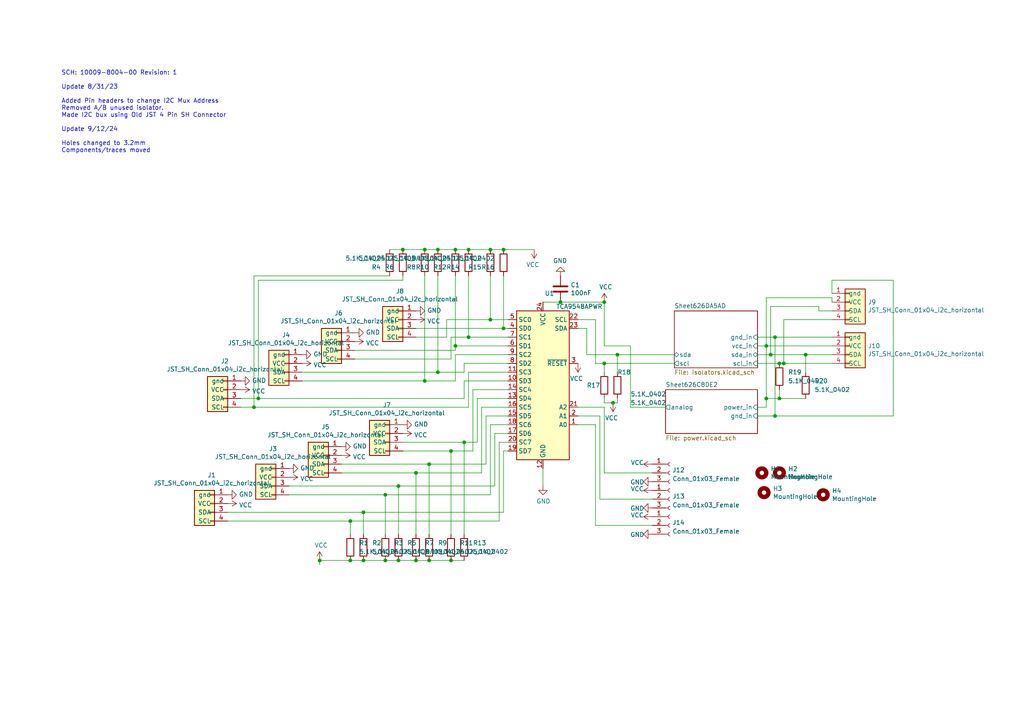
<source format=kicad_sch>
(kicad_sch (version 20230121) (generator eeschema)
  (paper "A4")
  (lib_symbols
    (symbol "0JLC-6:100nF" (pin_numbers hide) (pin_names (offset 0.254))
      (property "Reference" "C" (at 0.635 2.54 0))
      (property "Value" "100nF" (at 0.635 -2.54 0))
      (symbol "100nF_0_1"
        (polyline (pts (xy -2.032 -0.762) (xy 2.032 -0.762)) (stroke (width 0.508)))
        (polyline (pts (xy -2.032 0.762) (xy 2.032 0.762)) (stroke (width 0.508)))
      )
      (symbol "100nF_1_1"
        (pin passive line (at 0 3.81 270) (length 2.794) (name "~") (number "1"))
        (pin passive line (at 0 -3.81 90) (length 2.794) (name "~") (number "2"))
      )
    )
    (symbol "0JLC-6:5.1K_0402" (pin_numbers hide) (pin_names (offset 0))
      (property "Reference" "R" (at 2.032 0 90))
      (property "Value" "5.1K_0402" (at 0 0 90))
      (symbol "5.1K_0402_0_1"
        (rectangle (start -1.016 -2.54) (end 1.016 2.54) (stroke (width 0.254)))
      )
      (symbol "5.1K_0402_1_1"
        (pin passive line (at 0 3.81 270) (length 1.27) (name "~") (number "1"))
        (pin passive line (at 0 -3.81 90) (length 1.27) (name "~") (number "2"))
      )
    )
    (symbol "0JLC-6:JST_SH_Conn_01x04_i2c_horizontal" (pin_names (offset 1.016))
      (property "Reference" "J" (at 0 5.08 0))
      (property "Value" "JST_SH_Conn_01x04_i2c_horizontal" (at 0 -7.62 0))
      (symbol "JST_SH_Conn_01x04_i2c_horizontal_1_1"
        (rectangle (start -1.27 -4.953) (end 0 -5.207) (stroke (width 0.1524)))
        (rectangle (start -1.27 -2.413) (end 0 -2.667) (stroke (width 0.1524)))
        (rectangle (start -1.27 0.127) (end 0 -0.127) (stroke (width 0.1524)))
        (rectangle (start -1.27 2.667) (end 0 2.413) (stroke (width 0.1524)))
        (rectangle (start -1.27 3.81) (end 4.572 -6.35) (stroke (width 0.254)) (fill (type background)))
        (pin passive line (at -5.08 2.54 0) (length 3.81) (name "gnd") (number "1"))
        (pin passive line (at -5.08 0 0) (length 3.81) (name "VCC") (number "2"))
        (pin passive line (at -5.08 -2.54 0) (length 3.81) (name "SDA") (number "3"))
        (pin passive line (at -5.08 -5.08 0) (length 3.81) (name "SCL") (number "4"))
      )
    )
    (symbol "Connector:Conn_01x03_Female" (pin_names (offset 1.016) hide)
      (property "Reference" "J" (at 0 5.08 0))
      (property "Value" "Conn_01x03_Female" (at 0 -5.08 0))
      (symbol "Conn_01x03_Female_1_1"
        (arc (start 0 -2.032) (mid -0.5058 -2.54) (end 0 -3.048) (stroke (width 0.1524)))
        (polyline (pts (xy -1.27 -2.54) (xy -0.508 -2.54)) (stroke (width 0.1524)))
        (polyline (pts (xy -1.27 0) (xy -0.508 0)) (stroke (width 0.1524)))
        (polyline (pts (xy -1.27 2.54) (xy -0.508 2.54)) (stroke (width 0.1524)))
        (arc (start 0 0.508) (mid -0.5058 0) (end 0 -0.508) (stroke (width 0.1524)))
        (arc (start 0 3.048) (mid -0.5058 2.54) (end 0 2.032) (stroke (width 0.1524)))
        (pin passive line (at -5.08 2.54 0) (length 3.81) (name "Pin_1") (number "1"))
        (pin passive line (at -5.08 0 0) (length 3.81) (name "Pin_2") (number "2"))
        (pin passive line (at -5.08 -2.54 0) (length 3.81) (name "Pin_3") (number "3"))
      )
    )
    (symbol "Interface_Expansion:TCA9548APWR"
      (property "Reference" "U" (at -7.62 21.59 0))
      (property "Value" "TCA9548APWR" (at 1.016 21.59 0))
      (symbol "TCA9548APWR_0_1"
        (rectangle (start -7.62 20.32) (end 7.62 -22.86) (stroke (width 0.254)) (fill (type background)))
      )
      (symbol "TCA9548APWR_1_1"
        (pin input line (at -10.16 -12.7 0) (length 2.54) (name "A0") (number "1"))
        (pin bidirectional line (at 10.16 0 180) (length 2.54) (name "SD3") (number "10"))
        (pin output line (at 10.16 2.54 180) (length 2.54) (name "SC3") (number "11"))
        (pin power_in line (at 0 -25.4 90) (length 2.54) (name "GND") (number "12"))
        (pin bidirectional line (at 10.16 -5.08 180) (length 2.54) (name "SD4") (number "13"))
        (pin output line (at 10.16 -2.54 180) (length 2.54) (name "SC4") (number "14"))
        (pin bidirectional line (at 10.16 -10.16 180) (length 2.54) (name "SD5") (number "15"))
        (pin output line (at 10.16 -7.62 180) (length 2.54) (name "SC5") (number "16"))
        (pin bidirectional line (at 10.16 -15.24 180) (length 2.54) (name "SD6") (number "17"))
        (pin output line (at 10.16 -12.7 180) (length 2.54) (name "SC6") (number "18"))
        (pin bidirectional line (at 10.16 -20.32 180) (length 2.54) (name "SD7") (number "19"))
        (pin input line (at -10.16 -10.16 0) (length 2.54) (name "A1") (number "2"))
        (pin output line (at 10.16 -17.78 180) (length 2.54) (name "SC7") (number "20"))
        (pin input line (at -10.16 -7.62 0) (length 2.54) (name "A2") (number "21"))
        (pin input line (at -10.16 17.78 0) (length 2.54) (name "SCL") (number "22"))
        (pin bidirectional line (at -10.16 15.24 0) (length 2.54) (name "SDA") (number "23"))
        (pin power_in line (at 0 22.86 270) (length 2.54) (name "VCC") (number "24"))
        (pin input line (at -10.16 5.08 0) (length 2.54) (name "~{RESET}") (number "3"))
        (pin bidirectional line (at 10.16 15.24 180) (length 2.54) (name "SD0") (number "4"))
        (pin output line (at 10.16 17.78 180) (length 2.54) (name "SC0") (number "5"))
        (pin bidirectional line (at 10.16 10.16 180) (length 2.54) (name "SD1") (number "6"))
        (pin output line (at 10.16 12.7 180) (length 2.54) (name "SC1") (number "7"))
        (pin bidirectional line (at 10.16 5.08 180) (length 2.54) (name "SD2") (number "8"))
        (pin output line (at 10.16 7.62 180) (length 2.54) (name "SC2") (number "9"))
      )
    )
    (symbol "Mechanical:MountingHole" (pin_names (offset 1.016))
      (property "Reference" "H" (at 0 5.08 0))
      (property "Value" "MountingHole" (at 0 3.175 0))
      (symbol "MountingHole_0_1"
        (circle (center 0 0) (radius 1.27) (stroke (width 1.27)))
      )
    )
    (symbol "power:GND" (power) (pin_names (offset 0))
      (property "Value" "GND" (at 0 -3.81 0))
      (symbol "GND_0_1"
        (polyline (pts (xy 0 0) (xy 0 -1.27) (xy 1.27 -1.27) (xy 0 -2.54) (xy -1.27 -1.27) (xy 0 -1.27)))
      )
      (symbol "GND_1_1"
        (pin power_in line (at 0 0 270) (length 0) hide (name "GND") (number "1"))
      )
    )
    (symbol "power:VCC" (power) (pin_names (offset 0))
      (property "Value" "VCC" (at 0 3.81 0))
      (symbol "VCC_0_1"
        (polyline (pts (xy -0.762 1.27) (xy 0 2.54)))
        (polyline (pts (xy 0 0) (xy 0 2.54)))
        (polyline (pts (xy 0 2.54) (xy 0.762 1.27)))
      )
      (symbol "VCC_1_1"
        (pin power_in line (at 0 0 90) (length 0) hide (name "VCC") (number "1"))
      )
    )
  )
  (junction (at 74.93 115.57))
  (junction (at 115.57 140.97))
  (junction (at 116.84 72.39))
  (junction (at 120.65 162.56))
  (junction (at 111.76 143.51))
  (junction (at 135.89 97.79))
  (junction (at 226.06 105.41))
  (junction (at 132.08 100.33))
  (junction (at 130.81 162.56))
  (junction (at 132.08 72.39))
  (junction (at 233.68 102.87))
  (junction (at 175.26 87.63))
  (junction (at 105.41 148.59))
  (junction (at 222.25 115.57))
  (junction (at 124.46 162.56))
  (junction (at 222.25 100.33))
  (junction (at 146.05 95.25))
  (junction (at 142.24 92.71))
  (junction (at 177.8 116.84))
  (junction (at 124.46 134.62))
  (junction (at 175.26 105.41))
  (junction (at 142.24 72.39))
  (junction (at 115.57 162.56))
  (junction (at 162.56 87.63))
  (junction (at 226.06 115.57))
  (junction (at 73.66 118.11))
  (junction (at 111.76 162.56))
  (junction (at 135.89 72.39))
  (junction (at 101.6 151.13))
  (junction (at 223.52 102.87))
  (junction (at 123.19 72.39))
  (junction (at 179.07 102.87))
  (junction (at 92.71 162.56))
  (junction (at 123.19 110.49))
  (junction (at 227.33 105.41))
  (junction (at 120.65 137.16))
  (junction (at 134.62 128.27))
  (junction (at 105.41 162.56))
  (junction (at 130.81 130.81))
  (junction (at 101.6 162.56))
  (junction (at 127 72.39))
  (junction (at 224.79 97.79))
  (junction (at 224.79 120.65))
  (junction (at 127 107.95))
  (junction (at 146.05 72.39))
  (wire (pts (xy 135.89 107.95) (xy 135.89 118.11)))
  (wire (pts (xy 132.08 72.39) (xy 127 72.39)))
  (wire (pts (xy 179.07 115.57) (xy 179.07 116.84)))
  (wire (pts (xy 222.25 115.57) (xy 226.06 115.57)))
  (wire (pts (xy 92.71 162.56) (xy 92.71 163.83)))
  (wire (pts (xy 175.26 87.63) (xy 175.26 100.33)))
  (wire (pts (xy 222.25 100.33) (xy 241.3 100.33)))
  (wire (pts (xy 102.87 101.6) (xy 132.08 101.6)))
  (wire (pts (xy 259.08 81.28) (xy 259.08 120.65)))
  (wire (pts (xy 146.05 95.25) (xy 147.32 95.25)))
  (wire (pts (xy 182.88 100.33) (xy 182.88 118.11)))
  (wire (pts (xy 157.48 135.89) (xy 157.48 140.97)))
  (wire (pts (xy 115.57 162.56) (xy 120.65 162.56)))
  (wire (pts (xy 146.05 130.81) (xy 147.32 130.81)))
  (wire (pts (xy 132.08 101.6) (xy 132.08 100.33)))
  (wire (pts (xy 175.26 115.57) (xy 175.26 116.84)))
  (wire (pts (xy 223.52 102.87) (xy 233.68 102.87)))
  (wire (pts (xy 175.26 105.41) (xy 195.58 105.41)))
  (wire (pts (xy 222.25 100.33) (xy 219.71 100.33)))
  (wire (pts (xy 105.41 162.56) (xy 111.76 162.56)))
  (wire (pts (xy 222.25 86.36) (xy 241.3 86.36)))
  (wire (pts (xy 146.05 80.01) (xy 146.05 95.25)))
  (wire (pts (xy 116.84 81.28) (xy 74.93 81.28)))
  (wire (pts (xy 124.46 134.62) (xy 140.97 134.62)))
  (wire (pts (xy 222.25 100.33) (xy 222.25 115.57)))
  (wire (pts (xy 66.04 151.13) (xy 101.6 151.13)))
  (wire (pts (xy 170.18 95.25) (xy 170.18 102.87)))
  (wire (pts (xy 99.06 134.62) (xy 124.46 134.62)))
  (wire (pts (xy 83.82 140.97) (xy 115.57 140.97)))
  (wire (pts (xy 237.49 88.9) (xy 237.49 90.17)))
  (wire (pts (xy 170.18 102.87) (xy 179.07 102.87)))
  (wire (pts (xy 134.62 105.41) (xy 147.32 105.41)))
  (wire (pts (xy 134.62 110.49) (xy 147.32 110.49)))
  (wire (pts (xy 224.79 97.79) (xy 241.3 97.79)))
  (wire (pts (xy 135.89 107.95) (xy 147.32 107.95)))
  (wire (pts (xy 130.81 97.79) (xy 135.89 97.79)))
  (wire (pts (xy 226.06 105.41) (xy 219.71 105.41)))
  (wire (pts (xy 120.65 137.16) (xy 120.65 154.94)))
  (wire (pts (xy 142.24 123.19) (xy 142.24 143.51)))
  (wire (pts (xy 87.63 107.95) (xy 127 107.95)))
  (wire (pts (xy 241.3 81.28) (xy 259.08 81.28)))
  (wire (pts (xy 143.51 125.73) (xy 147.32 125.73)))
  (wire (pts (xy 179.07 102.87) (xy 195.58 102.87)))
  (wire (pts (xy 224.79 120.65) (xy 224.79 97.79)))
  (wire (pts (xy 124.46 134.62) (xy 124.46 154.94)))
  (wire (pts (xy 135.89 80.01) (xy 135.89 97.79)))
  (wire (pts (xy 222.25 86.36) (xy 222.25 100.33)))
  (wire (pts (xy 172.72 92.71) (xy 172.72 105.41)))
  (wire (pts (xy 177.8 116.84) (xy 175.26 116.84)))
  (wire (pts (xy 115.57 140.97) (xy 143.51 140.97)))
  (wire (pts (xy 143.51 140.97) (xy 143.51 125.73)))
  (wire (pts (xy 69.85 118.11) (xy 73.66 118.11)))
  (wire (pts (xy 142.24 72.39) (xy 135.89 72.39)))
  (wire (pts (xy 167.64 118.11) (xy 175.26 118.11)))
  (wire (pts (xy 130.81 97.79) (xy 130.81 104.14)))
  (wire (pts (xy 116.84 130.81) (xy 130.81 130.81)))
  (wire (pts (xy 233.68 102.87) (xy 233.68 107.95)))
  (wire (pts (xy 129.54 97.79) (xy 129.54 92.71)))
  (wire (pts (xy 123.19 72.39) (xy 116.84 72.39)))
  (wire (pts (xy 233.68 102.87) (xy 241.3 102.87)))
  (wire (pts (xy 227.33 92.71) (xy 241.3 92.71)))
  (wire (pts (xy 127 72.39) (xy 123.19 72.39)))
  (wire (pts (xy 73.66 118.11) (xy 135.89 118.11)))
  (wire (pts (xy 127 80.01) (xy 127 107.95)))
  (wire (pts (xy 132.08 102.87) (xy 147.32 102.87)))
  (wire (pts (xy 226.06 113.03) (xy 226.06 115.57)))
  (wire (pts (xy 226.06 115.57) (xy 233.68 115.57)))
  (wire (pts (xy 175.26 118.11) (xy 175.26 137.16)))
  (wire (pts (xy 101.6 151.13) (xy 144.78 151.13)))
  (wire (pts (xy 74.93 81.28) (xy 74.93 115.57)))
  (wire (pts (xy 144.78 128.27) (xy 144.78 151.13)))
  (wire (pts (xy 120.65 162.56) (xy 124.46 162.56)))
  (wire (pts (xy 219.71 102.87) (xy 223.52 102.87)))
  (wire (pts (xy 116.84 128.27) (xy 134.62 128.27)))
  (wire (pts (xy 142.24 92.71) (xy 147.32 92.71)))
  (wire (pts (xy 124.46 162.56) (xy 130.81 162.56)))
  (wire (pts (xy 132.08 102.87) (xy 132.08 110.49)))
  (wire (pts (xy 172.72 123.19) (xy 172.72 152.4)))
  (wire (pts (xy 120.65 95.25) (xy 146.05 95.25)))
  (wire (pts (xy 130.81 130.81) (xy 137.16 130.81)))
  (wire (pts (xy 167.64 92.71) (xy 172.72 92.71)))
  (wire (pts (xy 105.41 148.59) (xy 105.41 154.94)))
  (wire (pts (xy 115.57 140.97) (xy 115.57 154.94)))
  (wire (pts (xy 140.97 120.65) (xy 147.32 120.65)))
  (wire (pts (xy 179.07 116.84) (xy 177.8 116.84)))
  (wire (pts (xy 224.79 120.65) (xy 259.08 120.65)))
  (wire (pts (xy 139.7 118.11) (xy 147.32 118.11)))
  (wire (pts (xy 134.62 128.27) (xy 138.43 128.27)))
  (wire (pts (xy 105.41 148.59) (xy 146.05 148.59)))
  (wire (pts (xy 132.08 100.33) (xy 147.32 100.33)))
  (wire (pts (xy 241.3 87.63) (xy 241.3 86.36)))
  (wire (pts (xy 113.03 80.01) (xy 73.66 80.01)))
  (wire (pts (xy 123.19 80.01) (xy 123.19 110.49)))
  (wire (pts (xy 138.43 115.57) (xy 147.32 115.57)))
  (wire (pts (xy 227.33 105.41) (xy 241.3 105.41)))
  (wire (pts (xy 146.05 148.59) (xy 146.05 130.81)))
  (wire (pts (xy 179.07 102.87) (xy 179.07 107.95)))
  (wire (pts (xy 101.6 151.13) (xy 101.6 154.94)))
  (wire (pts (xy 175.26 100.33) (xy 182.88 100.33)))
  (wire (pts (xy 140.97 134.62) (xy 140.97 120.65)))
  (wire (pts (xy 167.64 120.65) (xy 173.99 120.65)))
  (wire (pts (xy 73.66 80.01) (xy 73.66 118.11)))
  (wire (pts (xy 182.88 118.11) (xy 193.04 118.11)))
  (wire (pts (xy 175.26 137.16) (xy 189.23 137.16)))
  (wire (pts (xy 162.56 87.63) (xy 175.26 87.63)))
  (wire (pts (xy 226.06 105.41) (xy 227.33 105.41)))
  (wire (pts (xy 111.76 162.56) (xy 115.57 162.56)))
  (wire (pts (xy 137.16 113.03) (xy 147.32 113.03)))
  (wire (pts (xy 134.62 115.57) (xy 134.62 110.49)))
  (wire (pts (xy 147.32 128.27) (xy 144.78 128.27)))
  (wire (pts (xy 92.71 162.56) (xy 101.6 162.56)))
  (wire (pts (xy 219.71 97.79) (xy 224.79 97.79)))
  (wire (pts (xy 129.54 92.71) (xy 142.24 92.71)))
  (wire (pts (xy 74.93 115.57) (xy 134.62 115.57)))
  (wire (pts (xy 66.04 148.59) (xy 105.41 148.59)))
  (wire (pts (xy 101.6 162.56) (xy 105.41 162.56)))
  (wire (pts (xy 173.99 144.78) (xy 189.23 144.78)))
  (wire (pts (xy 120.65 97.79) (xy 129.54 97.79)))
  (wire (pts (xy 173.99 120.65) (xy 173.99 144.78)))
  (wire (pts (xy 157.48 87.63) (xy 162.56 87.63)))
  (wire (pts (xy 69.85 115.57) (xy 74.93 115.57)))
  (wire (pts (xy 175.26 105.41) (xy 175.26 107.95)))
  (wire (pts (xy 167.64 123.19) (xy 172.72 123.19)))
  (wire (pts (xy 227.33 92.71) (xy 227.33 105.41)))
  (wire (pts (xy 137.16 113.03) (xy 137.16 130.81)))
  (wire (pts (xy 132.08 80.01) (xy 132.08 100.33)))
  (wire (pts (xy 222.25 118.11) (xy 219.71 118.11)))
  (wire (pts (xy 138.43 128.27) (xy 138.43 115.57)))
  (wire (pts (xy 237.49 90.17) (xy 241.3 90.17)))
  (wire (pts (xy 222.25 115.57) (xy 222.25 118.11)))
  (wire (pts (xy 120.65 137.16) (xy 139.7 137.16)))
  (wire (pts (xy 130.81 130.81) (xy 130.81 154.94)))
  (wire (pts (xy 146.05 72.39) (xy 142.24 72.39)))
  (wire (pts (xy 116.84 80.01) (xy 116.84 81.28)))
  (wire (pts (xy 241.3 85.09) (xy 241.3 81.28)))
  (wire (pts (xy 135.89 72.39) (xy 132.08 72.39)))
  (wire (pts (xy 130.81 162.56) (xy 134.62 162.56)))
  (wire (pts (xy 134.62 105.41) (xy 134.62 107.95)))
  (wire (pts (xy 167.64 95.25) (xy 170.18 95.25)))
  (wire (pts (xy 135.89 97.79) (xy 147.32 97.79)))
  (wire (pts (xy 130.81 104.14) (xy 102.87 104.14)))
  (wire (pts (xy 99.06 137.16) (xy 120.65 137.16)))
  (wire (pts (xy 154.94 72.39) (xy 146.05 72.39)))
  (wire (pts (xy 223.52 88.9) (xy 223.52 102.87)))
  (wire (pts (xy 142.24 80.01) (xy 142.24 92.71)))
  (wire (pts (xy 111.76 143.51) (xy 111.76 154.94)))
  (wire (pts (xy 219.71 120.65) (xy 224.79 120.65)))
  (wire (pts (xy 142.24 123.19) (xy 147.32 123.19)))
  (wire (pts (xy 172.72 152.4) (xy 189.23 152.4)))
  (wire (pts (xy 223.52 88.9) (xy 237.49 88.9)))
  (wire (pts (xy 172.72 105.41) (xy 175.26 105.41)))
  (wire (pts (xy 127 107.95) (xy 134.62 107.95)))
  (wire (pts (xy 134.62 128.27) (xy 134.62 154.94)))
  (wire (pts (xy 116.84 72.39) (xy 113.03 72.39)))
  (wire (pts (xy 139.7 118.11) (xy 139.7 137.16)))
  (wire (pts (xy 87.63 110.49) (xy 123.19 110.49)))
  (wire (pts (xy 111.76 143.51) (xy 142.24 143.51)))
  (wire (pts (xy 123.19 110.49) (xy 132.08 110.49)))
  (wire (pts (xy 83.82 143.51) (xy 111.76 143.51)))
  (text "SCH: 10009-8004-00 Revision: 1\n\nUpdate 8/31/23\n\nAdded Pin headers to change I2C Mux Address\nRemoved A/B unused isolator.\nMade I2C bux using Old JST 4 Pin SH Connector\n\nUpdate 9/12/24\n\nHoles changed to 3.2mm\nComponents/traces moved" (at 17.78 44.45 0) (effects (font (size 1.27 1.27)) (justify left bottom)))
  (symbol (lib_id "0JLC-6:100nF") (at 162.56 83.82 0) (unit 1)
    (property "Reference" "C1" (at 165.481 82.6516 0) (effects (justify left)))
    (property "Value" "100nF" (at 165.481 84.963 0) (effects (justify left)))
    (property "Footprint" "Capacitor_SMD:C_0603_1608Metric_Pad1.05x0.95mm_HandSolder" (effects hide))
    (property "LCSC" "C14663" (effects hide))
    (property "MPN" "CC0603KRX7R9BB104" (effects hide))
  )
  (symbol (lib_id "power:VCC") (at 175.26 87.63 0) (unit 1)
    (property "Reference" "#PWR022" (effects hide))
    (property "Value" "VCC" (at 175.6918 83.2358 0))
  )
  (symbol (lib_id "power:GND") (at 162.56 80.01 180) (unit 1)
    (property "Reference" "#PWR020" (effects hide))
    (property "Value" "GND" (at 162.433 75.6158 0))
  )
  (symbol (lib_id "power:GND") (at 157.48 140.97 0) (unit 1)
    (property "Reference" "#PWR019" (effects hide))
    (property "Value" "GND" (at 157.607 145.3642 0))
  )
  (symbol (lib_id "0JLC-6:JST_SH_Conn_01x04_i2c_horizontal") (at 246.38 100.33 0) (unit 1)
    (property "Reference" "J10" (at 251.714 100.33 0) (effects (justify left)))
    (property "Value" "JST_SH_Conn_01x04_i2c_horizontal" (at 251.714 102.6414 0) (effects (justify left)))
    (property "Footprint" "Connector_JST:JST_SH_SM04B-SRSS-TB_1x04-1MP_P1.00mm_Horizontal" (effects hide))
    (property "LCSC" "C371571" (effects hide))
    (property "MPN" "A1001WR-S" (effects hide))
  )
  (symbol (lib_id "0JLC-6:JST_SH_Conn_01x04_i2c_horizontal") (at 115.57 92.71 0) (mirror y) (unit 1)
    (property "Reference" "J8" (at 116.0018 84.455 0))
    (property "Value" "JST_SH_Conn_01x04_i2c_horizontal" (at 116.0018 86.7664 0))
    (property "Footprint" "Connector_JST:JST_SH_SM04B-SRSS-TB_1x04-1MP_P1.00mm_Horizontal" (effects hide))
    (property "LCSC" "C371571" (effects hide))
    (property "MPN" "A1001WR-S" (effects hide))
  )
  (symbol (lib_id "0JLC-6:JST_SH_Conn_01x04_i2c_horizontal") (at 97.79 99.06 0) (mirror y) (unit 1)
    (property "Reference" "J6" (at 98.2218 90.805 0))
    (property "Value" "JST_SH_Conn_01x04_i2c_horizontal" (at 98.2218 93.1164 0))
    (property "Footprint" "Connector_JST:JST_SH_SM04B-SRSS-TB_1x04-1MP_P1.00mm_Horizontal" (effects hide))
    (property "LCSC" "C371571" (effects hide))
    (property "MPN" "A1001WR-S" (effects hide))
  )
  (symbol (lib_id "0JLC-6:JST_SH_Conn_01x04_i2c_horizontal") (at 82.55 105.41 0) (mirror y) (unit 1)
    (property "Reference" "J4" (at 82.9818 97.155 0))
    (property "Value" "JST_SH_Conn_01x04_i2c_horizontal" (at 82.9818 99.4664 0))
    (property "Footprint" "Connector_JST:JST_SH_SM04B-SRSS-TB_1x04-1MP_P1.00mm_Horizontal" (effects hide))
    (property "LCSC" "C371571" (effects hide))
    (property "MPN" "A1001WR-S" (effects hide))
  )
  (symbol (lib_id "0JLC-6:JST_SH_Conn_01x04_i2c_horizontal") (at 64.77 113.03 0) (mirror y) (unit 1)
    (property "Reference" "J2" (at 65.2018 104.775 0))
    (property "Value" "JST_SH_Conn_01x04_i2c_horizontal" (at 65.2018 107.0864 0))
    (property "Footprint" "Connector_JST:JST_SH_SM04B-SRSS-TB_1x04-1MP_P1.00mm_Horizontal" (effects hide))
    (property "LCSC" "C371571" (effects hide))
    (property "MPN" "A1001WR-S" (effects hide))
  )
  (symbol (lib_id "power:GND") (at 120.65 90.17 90) (unit 1)
    (property "Reference" "#PWR016" (effects hide))
    (property "Value" "GND" (at 123.9012 90.043 90) (effects (justify right)))
  )
  (symbol (lib_id "power:GND") (at 102.87 96.52 90) (unit 1)
    (property "Reference" "#PWR012" (effects hide))
    (property "Value" "GND" (at 106.1212 96.393 90) (effects (justify right)))
  )
  (symbol (lib_id "power:GND") (at 87.63 102.87 90) (unit 1)
    (property "Reference" "#PWR07" (effects hide))
    (property "Value" "GND" (at 90.8812 102.743 90) (effects (justify right)))
  )
  (symbol (lib_id "power:GND") (at 69.85 110.49 90) (unit 1)
    (property "Reference" "#PWR03" (effects hide))
    (property "Value" "GND" (at 73.1012 110.363 90) (effects (justify right)))
  )
  (symbol (lib_id "power:VCC") (at 120.65 92.71 270) (unit 1)
    (property "Reference" "#PWR017" (effects hide))
    (property "Value" "VCC" (at 123.9012 93.1418 90) (effects (justify left)))
  )
  (symbol (lib_id "power:VCC") (at 102.87 99.06 270) (unit 1)
    (property "Reference" "#PWR013" (effects hide))
    (property "Value" "VCC" (at 106.1212 99.4918 90) (effects (justify left)))
  )
  (symbol (lib_id "power:VCC") (at 87.63 105.41 270) (unit 1)
    (property "Reference" "#PWR08" (effects hide))
    (property "Value" "VCC" (at 90.8812 105.8418 90) (effects (justify left)))
  )
  (symbol (lib_id "power:VCC") (at 69.85 113.03 270) (unit 1)
    (property "Reference" "#PWR04" (effects hide))
    (property "Value" "VCC" (at 73.1012 113.4618 90) (effects (justify left)))
  )
  (symbol (lib_id "0JLC-6:JST_SH_Conn_01x04_i2c_horizontal") (at 246.38 87.63 0) (unit 1)
    (property "Reference" "J9" (at 251.714 87.63 0) (effects (justify left)))
    (property "Value" "JST_SH_Conn_01x04_i2c_horizontal" (at 251.714 89.9414 0) (effects (justify left)))
    (property "Footprint" "Connector_JST:JST_SH_SM04B-SRSS-TB_1x04-1MP_P1.00mm_Horizontal" (effects hide))
    (property "LCSC" "C371571" (effects hide))
    (property "MPN" "A1001WR-S" (effects hide))
  )
  (symbol (lib_id "Mechanical:MountingHole") (at 226.06 137.16 0) (unit 1)
    (property "Reference" "H2" (at 228.6 135.9916 0) (effects (justify left)))
    (property "Value" "MountingHole" (at 228.6 138.303 0) (effects (justify left)))
    (property "Footprint" "MountingHole:MountingHole_3.2mm_M3_DIN965_Pad" (effects hide))
  )
  (symbol (lib_id "Mechanical:MountingHole") (at 220.98 137.16 0) (unit 1)
    (property "Reference" "H1" (at 223.52 135.9916 0) (effects (justify left)))
    (property "Value" "MountingHole" (at 223.52 138.303 0) (effects (justify left)))
    (property "Footprint" "MountingHole:MountingHole_3.2mm_M3_DIN965_Pad" (effects hide))
  )
  (symbol (lib_id "0JLC-6:5.1K_0402") (at 134.62 158.75 0) (unit 1)
    (property "Reference" "R13" (at 137.16 157.4799 0) (effects (justify left)))
    (property "Value" "5.1K_0402" (at 137.16 160.0199 0) (effects (justify left)))
    (property "Footprint" "Resistor_SMD:R_0402_1005Metric" (effects hide))
    (property "LCSC" "C25905" (effects hide))
    (property "MPN" "0402WGF5101TCE" (effects hide))
  )
  (symbol (lib_id "power:GND") (at 189.23 147.32 270) (unit 1)
    (property "Reference" "#PWR0102" (effects hide))
    (property "Value" "GND" (at 184.8358 147.447 90))
  )
  (symbol (lib_id "0JLC-6:5.1K_0402") (at 105.41 158.75 0) (unit 1)
    (property "Reference" "R2" (at 107.95 157.4799 0) (effects (justify left)))
    (property "Value" "5.1K_0402" (at 107.95 160.0199 0) (effects (justify left)))
    (property "Footprint" "Resistor_SMD:R_0402_1005Metric" (effects hide))
    (property "LCSC" "C25905" (effects hide))
    (property "MPN" "0402WGF5101TCE" (effects hide))
  )
  (symbol (lib_id "power:VCC") (at 83.82 138.43 270) (unit 1)
    (property "Reference" "#PWR06" (effects hide))
    (property "Value" "VCC" (at 87.0712 138.8618 90) (effects (justify left)))
  )
  (symbol (lib_id "power:GND") (at 83.82 135.89 90) (unit 1)
    (property "Reference" "#PWR05" (effects hide))
    (property "Value" "GND" (at 87.0712 135.763 90) (effects (justify right)))
  )
  (symbol (lib_id "power:VCC") (at 92.71 162.56 0) (unit 1)
    (property "Reference" "#PWR09" (effects hide))
    (property "Value" "VCC" (at 93.1418 158.1658 0))
  )
  (symbol (lib_id "0JLC-6:5.1K_0402") (at 226.06 109.22 0) (unit 1)
    (property "Reference" "R19" (at 228.6 107.9499 0) (effects (justify left)))
    (property "Value" "5.1K_0402" (at 228.6 110.4899 0) (effects (justify left)))
    (property "Footprint" "Resistor_SMD:R_0402_1005Metric" (effects hide))
    (property "LCSC" "C25905" (effects hide))
    (property "MPN" "0402WGF5101TCE" (effects hide))
  )
  (symbol (lib_id "0JLC-6:5.1K_0402") (at 132.08 76.2 180) (unit 1)
    (property "Reference" "R12" (at 129.54 77.4701 0) (effects (justify left)))
    (property "Value" "5.1K_0402" (at 129.54 74.9301 0) (effects (justify left)))
    (property "Footprint" "Resistor_SMD:R_0402_1005Metric" (effects hide))
    (property "LCSC" "C25905" (effects hide))
    (property "MPN" "0402WGF5101TCE" (effects hide))
  )
  (symbol (lib_id "power:GND") (at 66.04 143.51 90) (unit 1)
    (property "Reference" "#PWR01" (effects hide))
    (property "Value" "GND" (at 69.2912 143.383 90) (effects (justify right)))
  )
  (symbol (lib_id "0JLC-6:5.1K_0402") (at 111.76 158.75 0) (unit 1)
    (property "Reference" "R3" (at 114.3 157.4799 0) (effects (justify left)))
    (property "Value" "5.1K_0402" (at 114.3 160.0199 0) (effects (justify left)))
    (property "Footprint" "Resistor_SMD:R_0402_1005Metric" (effects hide))
    (property "LCSC" "C25905" (effects hide))
    (property "MPN" "0402WGF5101TCE" (effects hide))
  )
  (symbol (lib_id "0JLC-6:5.1K_0402") (at 233.68 111.76 0) (unit 1)
    (property "Reference" "R20" (at 236.22 110.4899 0) (effects (justify left)))
    (property "Value" "5.1K_0402" (at 236.22 113.0299 0) (effects (justify left)))
    (property "Footprint" "Resistor_SMD:R_0402_1005Metric" (effects hide))
    (property "LCSC" "C25905" (effects hide))
    (property "MPN" "0402WGF5101TCE" (effects hide))
  )
  (symbol (lib_id "0JLC-6:5.1K_0402") (at 124.46 158.75 0) (unit 1)
    (property "Reference" "R9" (at 127 157.4799 0) (effects (justify left)))
    (property "Value" "5.1K_0402" (at 127 160.0199 0) (effects (justify left)))
    (property "Footprint" "Resistor_SMD:R_0402_1005Metric" (effects hide))
    (property "LCSC" "C25905" (effects hide))
    (property "MPN" "0402WGF5101TCE" (effects hide))
  )
  (symbol (lib_id "power:VCC") (at 189.23 149.86 90) (unit 1)
    (property "Reference" "#PWR0103" (effects hide))
    (property "Value" "VCC" (at 184.8358 149.4282 90))
  )
  (symbol (lib_id "0JLC-6:JST_SH_Conn_01x04_i2c_horizontal") (at 93.98 132.08 0) (mirror y) (unit 1)
    (property "Reference" "J5" (at 94.4118 123.825 0))
    (property "Value" "JST_SH_Conn_01x04_i2c_horizontal" (at 94.4118 126.1364 0))
    (property "Footprint" "Connector_JST:JST_SH_SM04B-SRSS-TB_1x04-1MP_P1.00mm_Horizontal" (effects hide))
    (property "LCSC" "C371571" (effects hide))
    (property "MPN" "A1001WR-S" (effects hide))
  )
  (symbol (lib_id "0JLC-6:JST_SH_Conn_01x04_i2c_horizontal") (at 78.74 138.43 0) (mirror y) (unit 1)
    (property "Reference" "J3" (at 79.1718 130.175 0))
    (property "Value" "JST_SH_Conn_01x04_i2c_horizontal" (at 79.1718 132.4864 0))
    (property "Footprint" "Connector_JST:JST_SH_SM04B-SRSS-TB_1x04-1MP_P1.00mm_Horizontal" (effects hide))
    (property "LCSC" "C371571" (effects hide))
    (property "MPN" "A1001WR-S" (effects hide))
  )
  (symbol (lib_id "power:VCC") (at 177.8 116.84 180) (unit 1)
    (property "Reference" "#PWR023" (effects hide))
    (property "Value" "VCC" (at 177.3682 121.2342 0))
  )
  (symbol (lib_id "power:VCC") (at 189.23 134.62 90) (unit 1)
    (property "Reference" "#PWR0104" (effects hide))
    (property "Value" "VCC" (at 184.8358 134.1882 90))
  )
  (symbol (lib_id "0JLC-6:5.1K_0402") (at 113.03 76.2 180) (unit 1)
    (property "Reference" "R4" (at 110.49 77.4701 0) (effects (justify left)))
    (property "Value" "5.1K_0402" (at 110.49 74.9301 0) (effects (justify left)))
    (property "Footprint" "Resistor_SMD:R_0402_1005Metric" (effects hide))
    (property "LCSC" "C25905" (effects hide))
    (property "MPN" "0402WGF5101TCE" (effects hide))
  )
  (symbol (lib_id "0JLC-6:5.1K_0402") (at 120.65 158.75 0) (unit 1)
    (property "Reference" "R7" (at 123.19 157.4799 0) (effects (justify left)))
    (property "Value" "5.1K_0402" (at 123.19 160.0199 0) (effects (justify left)))
    (property "Footprint" "Resistor_SMD:R_0402_1005Metric" (effects hide))
    (property "LCSC" "C25905" (effects hide))
    (property "MPN" "0402WGF5101TCE" (effects hide))
  )
  (symbol (lib_id "power:VCC") (at 66.04 146.05 270) (unit 1)
    (property "Reference" "#PWR02" (effects hide))
    (property "Value" "VCC" (at 69.2912 146.4818 90) (effects (justify left)))
  )
  (symbol (lib_id "power:VCC") (at 116.84 125.73 270) (unit 1)
    (property "Reference" "#PWR015" (effects hide))
    (property "Value" "VCC" (at 120.0912 126.1618 90) (effects (justify left)))
  )
  (symbol (lib_id "power:VCC") (at 167.64 105.41 180) (unit 1)
    (property "Reference" "#PWR021" (effects hide))
    (property "Value" "VCC" (at 167.2082 109.8042 0))
  )
  (symbol (lib_id "Connector:Conn_01x03_Female") (at 194.31 144.78 0) (unit 1)
    (property "Reference" "J13" (at 195.0212 143.9453 0) (effects (justify left)))
    (property "Value" "Conn_01x03_Female" (at 195.0212 146.4822 0) (effects (justify left)))
    (property "Footprint" "Connector_PinHeader_2.54mm:PinHeader_1x03_P2.54mm_Vertical" (effects hide))
    (property "LCSC" "C2937625" (effects hide))
  )
  (symbol (lib_id "Mechanical:MountingHole") (at 221.615 142.875 0) (unit 1)
    (property "Reference" "H3" (at 224.155 141.7066 0) (effects (justify left)))
    (property "Value" "MountingHole" (at 224.155 144.018 0) (effects (justify left)))
    (property "Footprint" "MountingHole:MountingHole_3.2mm_M3_DIN965_Pad" (effects hide))
  )
  (symbol (lib_id "power:GND") (at 99.06 129.54 90) (unit 1)
    (property "Reference" "#PWR010" (effects hide))
    (property "Value" "GND" (at 102.3112 129.413 90) (effects (justify right)))
  )
  (symbol (lib_id "Connector:Conn_01x03_Female") (at 194.31 152.4 0) (unit 1)
    (property "Reference" "J14" (at 195.0212 151.5653 0) (effects (justify left)))
    (property "Value" "Conn_01x03_Female" (at 195.0212 154.1022 0) (effects (justify left)))
    (property "Footprint" "Connector_PinHeader_2.54mm:PinHeader_1x03_P2.54mm_Vertical" (effects hide))
    (property "LCSC" "C2937625" (effects hide))
  )
  (symbol (lib_id "0JLC-6:5.1K_0402") (at 130.81 158.75 0) (unit 1)
    (property "Reference" "R11" (at 133.35 157.4799 0) (effects (justify left)))
    (property "Value" "5.1K_0402" (at 133.35 160.0199 0) (effects (justify left)))
    (property "Footprint" "Resistor_SMD:R_0402_1005Metric" (effects hide))
    (property "LCSC" "C25905" (effects hide))
    (property "MPN" "0402WGF5101TCE" (effects hide))
  )
  (symbol (lib_id "0JLC-6:JST_SH_Conn_01x04_i2c_horizontal") (at 60.96 146.05 0) (mirror y) (unit 1)
    (property "Reference" "J1" (at 61.3918 137.795 0))
    (property "Value" "JST_SH_Conn_01x04_i2c_horizontal" (at 61.3918 140.1064 0))
    (property "Footprint" "Connector_JST:JST_SH_SM04B-SRSS-TB_1x04-1MP_P1.00mm_Horizontal" (effects hide))
    (property "LCSC" "C371571" (effects hide))
    (property "MPN" "A1001WR-S" (effects hide))
  )
  (symbol (lib_id "power:GND") (at 116.84 123.19 90) (unit 1)
    (property "Reference" "#PWR014" (effects hide))
    (property "Value" "GND" (at 120.0912 123.063 90) (effects (justify right)))
  )
  (symbol (lib_id "0JLC-6:JST_SH_Conn_01x04_i2c_horizontal") (at 111.76 125.73 0) (mirror y) (unit 1)
    (property "Reference" "J7" (at 112.1918 117.475 0))
    (property "Value" "JST_SH_Conn_01x04_i2c_horizontal" (at 112.1918 119.7864 0))
    (property "Footprint" "Connector_JST:JST_SH_SM04B-SRSS-TB_1x04-1MP_P1.00mm_Horizontal" (effects hide))
    (property "LCSC" "C371571" (effects hide))
    (property "MPN" "A1001WR-S" (effects hide))
  )
  (symbol (lib_id "0JLC-6:5.1K_0402") (at 116.84 76.2 180) (unit 1)
    (property "Reference" "R6" (at 114.3 77.4701 0) (effects (justify left)))
    (property "Value" "5.1K_0402" (at 114.3 74.9301 0) (effects (justify left)))
    (property "Footprint" "Resistor_SMD:R_0402_1005Metric" (effects hide))
    (property "LCSC" "C25905" (effects hide))
    (property "MPN" "0402WGF5101TCE" (effects hide))
  )
  (symbol (lib_id "power:VCC") (at 99.06 132.08 270) (unit 1)
    (property "Reference" "#PWR011" (effects hide))
    (property "Value" "VCC" (at 102.3112 132.5118 90) (effects (justify left)))
  )
  (symbol (lib_id "0JLC-6:5.1K_0402") (at 146.05 76.2 180) (unit 1)
    (property "Reference" "R16" (at 143.51 77.4701 0) (effects (justify left)))
    (property "Value" "5.1K_0402" (at 143.51 74.9301 0) (effects (justify left)))
    (property "Footprint" "Resistor_SMD:R_0402_1005Metric" (effects hide))
    (property "LCSC" "C25905" (effects hide))
    (property "MPN" "0402WGF5101TCE" (effects hide))
  )
  (symbol (lib_id "0JLC-6:5.1K_0402") (at 127 76.2 180) (unit 1)
    (property "Reference" "R10" (at 124.46 77.4701 0) (effects (justify left)))
    (property "Value" "5.1K_0402" (at 124.46 74.9301 0) (effects (justify left)))
    (property "Footprint" "Resistor_SMD:R_0402_1005Metric" (effects hide))
    (property "LCSC" "C25905" (effects hide))
    (property "MPN" "0402WGF5101TCE" (effects hide))
  )
  (symbol (lib_id "0JLC-6:5.1K_0402") (at 115.57 158.75 0) (unit 1)
    (property "Reference" "R5" (at 118.11 157.4799 0) (effects (justify left)))
    (property "Value" "5.1K_0402" (at 118.11 160.0199 0) (effects (justify left)))
    (property "Footprint" "Resistor_SMD:R_0402_1005Metric" (effects hide))
    (property "LCSC" "C25905" (effects hide))
    (property "MPN" "0402WGF5101TCE" (effects hide))
  )
  (symbol (lib_id "0JLC-6:5.1K_0402") (at 101.6 158.75 0) (unit 1)
    (property "Reference" "R1" (at 104.14 157.4799 0) (effects (justify left)))
    (property "Value" "5.1K_0402" (at 104.14 160.0199 0) (effects (justify left)))
    (property "Footprint" "Resistor_SMD:R_0402_1005Metric" (effects hide))
    (property "LCSC" "C25905" (effects hide))
    (property "MPN" "0402WGF5101TCE" (effects hide))
  )
  (symbol (lib_id "0JLC-6:5.1K_0402") (at 123.19 76.2 180) (unit 1)
    (property "Reference" "R8" (at 120.65 77.4701 0) (effects (justify left)))
    (property "Value" "5.1K_0402" (at 120.65 74.9301 0) (effects (justify left)))
    (property "Footprint" "Resistor_SMD:R_0402_1005Metric" (effects hide))
    (property "LCSC" "C25905" (effects hide))
    (property "MPN" "0402WGF5101TCE" (effects hide))
  )
  (symbol (lib_id "power:GND") (at 189.23 154.94 270) (unit 1)
    (property "Reference" "#PWR0101" (effects hide))
    (property "Value" "GND" (at 184.8358 155.067 90))
  )
  (symbol (lib_id "0JLC-6:5.1K_0402") (at 142.24 76.2 180) (unit 1)
    (property "Reference" "R15" (at 139.7 77.4701 0) (effects (justify left)))
    (property "Value" "5.1K_0402" (at 139.7 74.9301 0) (effects (justify left)))
    (property "Footprint" "Resistor_SMD:R_0402_1005Metric" (effects hide))
    (property "LCSC" "C25905" (effects hide))
    (property "MPN" "0402WGF5101TCE" (effects hide))
  )
  (symbol (lib_id "Connector:Conn_01x03_Female") (at 194.31 137.16 0) (unit 1)
    (property "Reference" "J12" (at 195.0212 136.3253 0) (effects (justify left)))
    (property "Value" "Conn_01x03_Female" (at 195.0212 138.8622 0) (effects (justify left)))
    (property "Footprint" "Connector_PinHeader_2.54mm:PinHeader_1x03_P2.54mm_Vertical" (effects hide))
    (property "LCSC" "C2937625" (effects hide))
  )
  (symbol (lib_id "power:GND") (at 189.23 139.7 270) (unit 1)
    (property "Reference" "#PWR0105" (effects hide))
    (property "Value" "GND" (at 184.8358 139.827 90))
  )
  (symbol (lib_id "Interface_Expansion:TCA9548APWR") (at 157.48 110.49 0) (mirror y) (unit 1)
    (property "Reference" "U1" (at 158.0006 85.09 0) (effects (justify right)))
    (property "Value" "TCA9548APWR" (at 161.29 88.9 0) (effects (justify right)))
    (property "Footprint" "Package_SO:TSSOP-24_4.4x7.8mm_P0.65mm" (effects hide))
    (property "Datasheet" "http://www.ti.com/lit/ds/symlink/tca9548a.pdf" (effects hide))
  )
  (symbol (lib_id "power:VCC") (at 189.23 142.24 90) (unit 1)
    (property "Reference" "#PWR0106" (effects hide))
    (property "Value" "VCC" (at 184.8358 141.8082 90))
  )
  (symbol (lib_id "0JLC-6:5.1K_0402") (at 135.89 76.2 180) (unit 1)
    (property "Reference" "R14" (at 133.35 77.4701 0) (effects (justify left)))
    (property "Value" "5.1K_0402" (at 133.35 74.9301 0) (effects (justify left)))
    (property "Footprint" "Resistor_SMD:R_0402_1005Metric" (effects hide))
    (property "LCSC" "C25905" (effects hide))
    (property "MPN" "0402WGF5101TCE" (effects hide))
  )
  (symbol (lib_id "power:VCC") (at 154.94 72.39 180) (unit 1)
    (property "Reference" "#PWR018" (effects hide))
    (property "Value" "VCC" (at 154.5082 76.7842 0))
  )
  (symbol (lib_id "0JLC-6:5.1K_0402") (at 179.07 111.76 0) (unit 1)
    (property "Reference" "R18" (at 179.07 107.95 0) (effects (justify left)))
    (property "Value" "5.1K_0402" (at 182.88 116.84 0) (effects (justify left)))
    (property "Footprint" "Resistor_SMD:R_0402_1005Metric" (effects hide))
    (property "LCSC" "C25905" (effects hide))
    (property "MPN" "0402WGF5101TCE" (effects hide))
  )
  (symbol (lib_id "Mechanical:MountingHole") (at 238.76 143.51 0) (unit 1)
    (property "Reference" "H4" (at 241.3 142.3416 0) (effects (justify left)))
    (property "Value" "MountingHole" (at 241.3 144.653 0) (effects (justify left)))
    (property "Footprint" "MountingHole:MountingHole_3.2mm_M3_DIN965_Pad" (effects hide))
  )
  (symbol (lib_id "0JLC-6:5.1K_0402") (at 175.26 111.76 0) (unit 1)
    (property "Reference" "R17" (at 170.18 111.76 0) (effects (justify left)))
    (property "Value" "5.1K_0402" (at 182.88 114.3 0) (effects (justify left)))
    (property "Footprint" "Resistor_SMD:R_0402_1005Metric" (effects hide))
    (property "LCSC" "C25905" (effects hide))
    (property "MPN" "0402WGF5101TCE" (effects hide))
  )
  (sheet (at 193.04 113.03) (size 26.67 12.7)
    (property "Sheetname" "Sheet626C8DE2" (at 193.04 112.3184 0) (effects (justify left bottom)))
    (property "Sheetfile" "power.kicad_sch" (at 193.04 126.3146 0) (effects (justify left top)))
    (pin "analog" output (at 193.04 118.11 180))
    (pin "power_in" input (at 219.71 118.11 0))
    (pin "gnd_in" input (at 219.71 120.65 0))
  )
  (sheet (at 195.58 90.17) (size 24.13 16.51)
    (property "Sheetname" "Sheet626DA5AD" (at 195.58 89.4584 0) (effects (justify left bottom)))
    (property "Sheetfile" "isolators.kicad_sch" (at 195.58 107.2646 0) (effects (justify left top)))
    (pin "scl_in" input (at 219.71 105.41 0))
    (pin "sda_in" bidirectional (at 219.71 102.87 0))
    (pin "vcc_in" input (at 219.71 100.33 0))
    (pin "gnd_in" input (at 219.71 97.79 0))
    (pin "scl" output (at 195.58 105.41 180))
    (pin "sda" bidirectional (at 195.58 102.87 180))
  )
)
</source>
